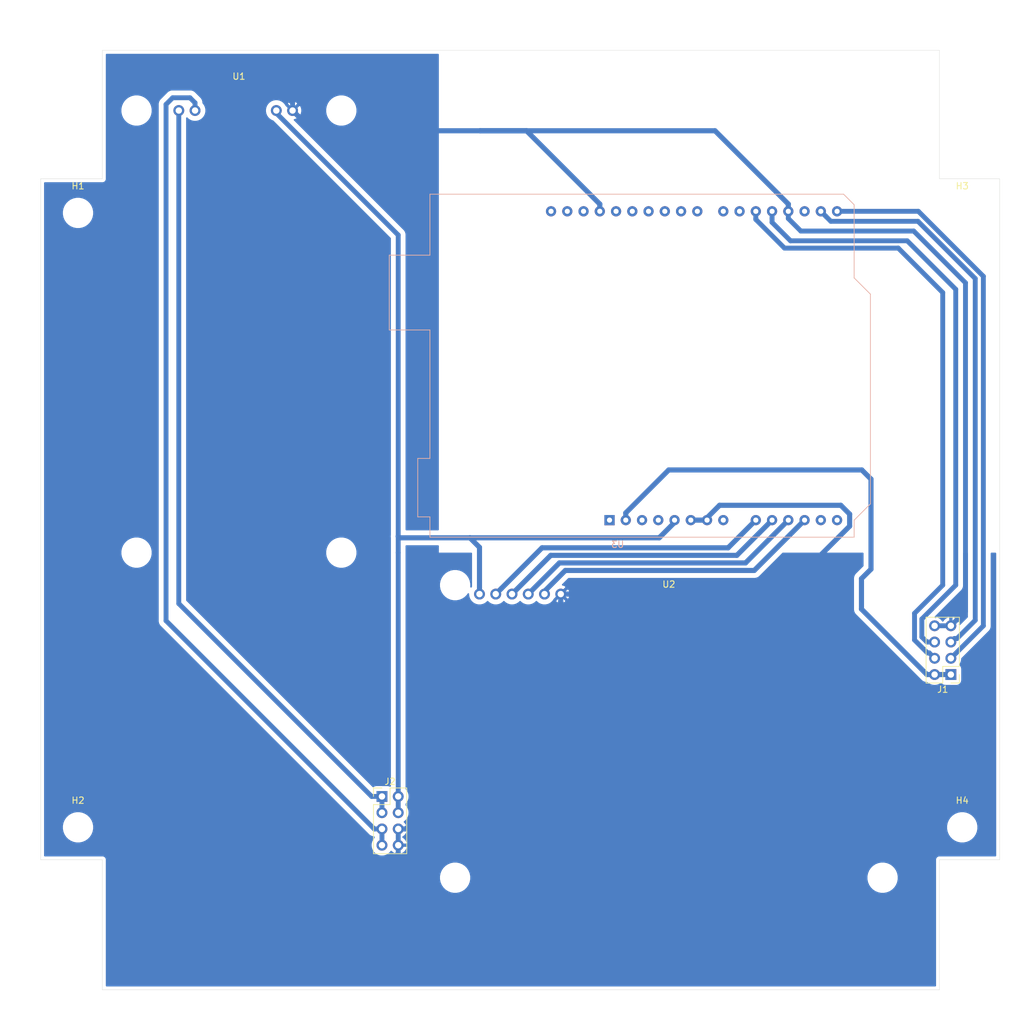
<source format=kicad_pcb>
(kicad_pcb (version 20171130) (host pcbnew "(5.1.2)-1")

  (general
    (thickness 1.6)
    (drawings 13)
    (tracks 121)
    (zones 0)
    (modules 9)
    (nets 32)
  )

  (page A3)
  (layers
    (0 F.Cu signal)
    (31 B.Cu signal)
    (32 B.Adhes user)
    (33 F.Adhes user)
    (34 B.Paste user)
    (35 F.Paste user)
    (36 B.SilkS user)
    (37 F.SilkS user)
    (38 B.Mask user)
    (39 F.Mask user)
    (40 Dwgs.User user)
    (41 Cmts.User user)
    (42 Eco1.User user)
    (43 Eco2.User user)
    (44 Edge.Cuts user)
    (45 Margin user)
    (46 B.CrtYd user)
    (47 F.CrtYd user)
    (48 B.Fab user)
    (49 F.Fab user)
  )

  (setup
    (last_trace_width 0.762)
    (user_trace_width 0.381)
    (user_trace_width 0.762)
    (trace_clearance 0.381)
    (zone_clearance 0.508)
    (zone_45_only no)
    (trace_min 0.2)
    (via_size 0.8)
    (via_drill 0.4)
    (via_min_size 0.4)
    (via_min_drill 0.3)
    (uvia_size 0.3)
    (uvia_drill 0.1)
    (uvias_allowed no)
    (uvia_min_size 0.2)
    (uvia_min_drill 0.1)
    (edge_width 0.05)
    (segment_width 0.2)
    (pcb_text_width 0.3)
    (pcb_text_size 1.5 1.5)
    (mod_edge_width 0.12)
    (mod_text_size 1 1)
    (mod_text_width 0.15)
    (pad_size 1.524 1.524)
    (pad_drill 0.762)
    (pad_to_mask_clearance 0.051)
    (solder_mask_min_width 0.25)
    (aux_axis_origin 0 0)
    (grid_origin 203.2 152.4)
    (visible_elements 7FFFFFFF)
    (pcbplotparams
      (layerselection 0x01055_fffffffe)
      (usegerberextensions false)
      (usegerberattributes false)
      (usegerberadvancedattributes false)
      (creategerberjobfile false)
      (excludeedgelayer true)
      (linewidth 0.100000)
      (plotframeref false)
      (viasonmask false)
      (mode 1)
      (useauxorigin false)
      (hpglpennumber 1)
      (hpglpenspeed 20)
      (hpglpendiameter 15.000000)
      (psnegative false)
      (psa4output false)
      (plotreference true)
      (plotvalue true)
      (plotinvisibletext false)
      (padsonsilk false)
      (subtractmaskfromsilk false)
      (outputformat 1)
      (mirror false)
      (drillshape 0)
      (scaleselection 1)
      (outputdirectory "gerbers/"))
  )

  (net 0 "")
  (net 1 +3V3)
  (net 2 GND)
  (net 3 "Net-(U3-Pad30)")
  (net 4 "Net-(U3-Pad14)")
  (net 5 "Net-(U3-Pad13)")
  (net 6 "Net-(U3-Pad28)")
  (net 7 "Net-(U3-Pad27)")
  (net 8 "Net-(U3-Pad26)")
  (net 9 "Net-(U3-Pad25)")
  (net 10 "Net-(U3-Pad24)")
  (net 11 "Net-(U3-Pad8)")
  (net 12 "Net-(U3-Pad23)")
  (net 13 "Net-(U3-Pad22)")
  (net 14 "Net-(U3-Pad21)")
  (net 15 +5V)
  (net 16 "Net-(U3-Pad4)")
  (net 17 "Net-(U3-Pad3)")
  (net 18 "Net-(U3-Pad17)")
  (net 19 "Net-(U3-Pad1)")
  (net 20 "Net-(U3-Pad31)")
  (net 21 "Net-(U3-Pad32)")
  (net 22 +12V)
  (net 23 GNDA)
  (net 24 /DIO0)
  (net 25 /DIO1)
  (net 26 /DIO2)
  (net 27 /DIO3)
  (net 28 /DIO13)
  (net 29 /DIO5)
  (net 30 /DIO14)
  (net 31 /DIO4)

  (net_class Default "This is the default net class."
    (clearance 0.381)
    (trace_width 0.381)
    (via_dia 0.8)
    (via_drill 0.4)
    (uvia_dia 0.3)
    (uvia_drill 0.1)
    (add_net /DIO0)
    (add_net /DIO1)
    (add_net /DIO13)
    (add_net /DIO14)
    (add_net /DIO2)
    (add_net /DIO3)
    (add_net /DIO4)
    (add_net /DIO5)
    (add_net "Net-(U3-Pad1)")
    (add_net "Net-(U3-Pad13)")
    (add_net "Net-(U3-Pad14)")
    (add_net "Net-(U3-Pad17)")
    (add_net "Net-(U3-Pad21)")
    (add_net "Net-(U3-Pad22)")
    (add_net "Net-(U3-Pad23)")
    (add_net "Net-(U3-Pad24)")
    (add_net "Net-(U3-Pad25)")
    (add_net "Net-(U3-Pad26)")
    (add_net "Net-(U3-Pad27)")
    (add_net "Net-(U3-Pad28)")
    (add_net "Net-(U3-Pad3)")
    (add_net "Net-(U3-Pad30)")
    (add_net "Net-(U3-Pad31)")
    (add_net "Net-(U3-Pad32)")
    (add_net "Net-(U3-Pad4)")
    (add_net "Net-(U3-Pad8)")
  )

  (net_class Power ""
    (clearance 0.762)
    (trace_width 0.762)
    (via_dia 0.8)
    (via_drill 0.4)
    (uvia_dia 0.3)
    (uvia_drill 0.1)
    (add_net +12V)
    (add_net +3V3)
    (add_net +5V)
    (add_net GND)
    (add_net GNDA)
  )

  (module box_plate_footprints:RELAY_4CH (layer F.Cu) (tedit 5CE50DA2) (tstamp 5CE4A7E0)
    (at 226.441 159.385)
    (path /5CE48D70)
    (fp_text reference U2 (at 0 3.048) (layer F.SilkS)
      (effects (font (size 1 1) (thickness 0.15)))
    )
    (fp_text value RELAY_4CH (at 0 1.27) (layer F.Fab)
      (effects (font (size 1 1) (thickness 0.15)))
    )
    (fp_line (start -36.068 52.07) (end -36.068 0) (layer Dwgs.User) (width 0.12))
    (fp_line (start 36.068 52.07) (end -36.068 52.07) (layer Dwgs.User) (width 0.12))
    (fp_line (start 36.068 0) (end 36.068 52.07) (layer Dwgs.User) (width 0.12))
    (fp_line (start -36.068 0) (end 36.068 0) (layer Dwgs.User) (width 0.12))
    (pad 6 thru_hole circle (at -16.891 4.572) (size 1.7 1.7) (drill 1) (layers *.Cu *.Mask)
      (net 2 GND))
    (pad 5 thru_hole circle (at -19.431 4.572) (size 1.7 1.7) (drill 1) (layers *.Cu *.Mask)
      (net 27 /DIO3))
    (pad 4 thru_hole circle (at -21.971 4.572) (size 1.7 1.7) (drill 1) (layers *.Cu *.Mask)
      (net 26 /DIO2))
    (pad 3 thru_hole circle (at -24.511 4.572) (size 1.7 1.7) (drill 1) (layers *.Cu *.Mask)
      (net 25 /DIO1))
    (pad 2 thru_hole circle (at -27.051 4.572) (size 1.7 1.7) (drill 1) (layers *.Cu *.Mask)
      (net 24 /DIO0))
    (pad 1 thru_hole circle (at -29.591 4.572) (size 1.7 1.7) (drill 1) (layers *.Cu *.Mask)
      (net 15 +5V))
    (pad "" np_thru_hole circle (at 33.401 48.895) (size 3.2 3.2) (drill 3.2) (layers *.Cu *.Mask))
    (pad "" np_thru_hole circle (at -33.401 48.895) (size 3.2 3.2) (drill 3.2) (layers *.Cu *.Mask))
    (pad "" np_thru_hole circle (at 33.401 3.175) (size 3.2 3.2) (drill 3.2) (layers *.Cu *.Mask))
    (pad "" np_thru_hole circle (at -33.401 3.175) (size 3.2 3.2) (drill 3.2) (layers *.Cu *.Mask))
  )

  (module box_plate_footprints:PWR_ACDC (layer F.Cu) (tedit 5CE50C72) (tstamp 5CE49CFE)
    (at 159.258 84.328)
    (path /5CE46234)
    (fp_text reference U1 (at 0 -1.27) (layer F.SilkS)
      (effects (font (size 1 1) (thickness 0.15)))
    )
    (fp_text value PWR_ACDC (at 0 -3.81) (layer F.Fab)
      (effects (font (size 1 1) (thickness 0.15)))
    )
    (fp_line (start -20.066 77.216) (end -20.066 0) (layer Dwgs.User) (width 0.12))
    (fp_line (start 20.066 77.216) (end -20.066 77.216) (layer Dwgs.User) (width 0.12))
    (fp_line (start 20.066 0) (end 20.066 77.216) (layer Dwgs.User) (width 0.12))
    (fp_line (start -20.066 0) (end 20.066 0) (layer Dwgs.User) (width 0.12))
    (pad "" np_thru_hole circle (at -16.002 73.152) (size 3.2 3.2) (drill 3.2) (layers *.Cu *.Mask))
    (pad "" np_thru_hole circle (at 16.002 73.152) (size 3.2 3.2) (drill 3.2) (layers *.Cu *.Mask))
    (pad "" np_thru_hole circle (at 16.002 4.064) (size 3.2 3.2) (drill 3.2) (layers *.Cu *.Mask))
    (pad "" np_thru_hole circle (at -16.002 4.064) (size 3.2 3.2) (drill 3.2) (layers *.Cu *.Mask))
    (pad 2 thru_hole circle (at 8.382 4.064) (size 1.7 1.7) (drill 1) (layers *.Cu *.Mask)
      (net 2 GND))
    (pad 1 thru_hole circle (at 5.842 4.064) (size 1.7 1.7) (drill 1) (layers *.Cu *.Mask)
      (net 15 +5V))
    (pad 4 thru_hole circle (at -6.858 4.064) (size 1.7 1.7) (drill 1) (layers *.Cu *.Mask)
      (net 23 GNDA))
    (pad 3 thru_hole circle (at -9.398 4.064) (size 1.7 1.7) (drill 1) (layers *.Cu *.Mask)
      (net 22 +12V))
  )

  (module Connector_PinHeader_2.54mm:PinHeader_2x04_P2.54mm_Vertical (layer F.Cu) (tedit 59FED5CC) (tstamp 5CE54887)
    (at 181.61 195.58)
    (descr "Through hole straight pin header, 2x04, 2.54mm pitch, double rows")
    (tags "Through hole pin header THT 2x04 2.54mm double row")
    (path /5CE507D7)
    (fp_text reference J2 (at 1.27 -2.33) (layer F.SilkS)
      (effects (font (size 1 1) (thickness 0.15)))
    )
    (fp_text value Conn_02x04_Odd_Even (at 1.27 9.95) (layer F.Fab)
      (effects (font (size 1 1) (thickness 0.15)))
    )
    (fp_text user %R (at 1.27 3.81 90) (layer F.Fab)
      (effects (font (size 1 1) (thickness 0.15)))
    )
    (fp_line (start 4.35 -1.8) (end -1.8 -1.8) (layer F.CrtYd) (width 0.05))
    (fp_line (start 4.35 9.4) (end 4.35 -1.8) (layer F.CrtYd) (width 0.05))
    (fp_line (start -1.8 9.4) (end 4.35 9.4) (layer F.CrtYd) (width 0.05))
    (fp_line (start -1.8 -1.8) (end -1.8 9.4) (layer F.CrtYd) (width 0.05))
    (fp_line (start -1.33 -1.33) (end 0 -1.33) (layer F.SilkS) (width 0.12))
    (fp_line (start -1.33 0) (end -1.33 -1.33) (layer F.SilkS) (width 0.12))
    (fp_line (start 1.27 -1.33) (end 3.87 -1.33) (layer F.SilkS) (width 0.12))
    (fp_line (start 1.27 1.27) (end 1.27 -1.33) (layer F.SilkS) (width 0.12))
    (fp_line (start -1.33 1.27) (end 1.27 1.27) (layer F.SilkS) (width 0.12))
    (fp_line (start 3.87 -1.33) (end 3.87 8.95) (layer F.SilkS) (width 0.12))
    (fp_line (start -1.33 1.27) (end -1.33 8.95) (layer F.SilkS) (width 0.12))
    (fp_line (start -1.33 8.95) (end 3.87 8.95) (layer F.SilkS) (width 0.12))
    (fp_line (start -1.27 0) (end 0 -1.27) (layer F.Fab) (width 0.1))
    (fp_line (start -1.27 8.89) (end -1.27 0) (layer F.Fab) (width 0.1))
    (fp_line (start 3.81 8.89) (end -1.27 8.89) (layer F.Fab) (width 0.1))
    (fp_line (start 3.81 -1.27) (end 3.81 8.89) (layer F.Fab) (width 0.1))
    (fp_line (start 0 -1.27) (end 3.81 -1.27) (layer F.Fab) (width 0.1))
    (pad 8 thru_hole oval (at 2.54 7.62) (size 1.7 1.7) (drill 1) (layers *.Cu *.Mask)
      (net 2 GND))
    (pad 7 thru_hole oval (at 0 7.62) (size 1.7 1.7) (drill 1) (layers *.Cu *.Mask)
      (net 23 GNDA))
    (pad 6 thru_hole oval (at 2.54 5.08) (size 1.7 1.7) (drill 1) (layers *.Cu *.Mask)
      (net 2 GND))
    (pad 5 thru_hole oval (at 0 5.08) (size 1.7 1.7) (drill 1) (layers *.Cu *.Mask)
      (net 23 GNDA))
    (pad 4 thru_hole oval (at 2.54 2.54) (size 1.7 1.7) (drill 1) (layers *.Cu *.Mask)
      (net 15 +5V))
    (pad 3 thru_hole oval (at 0 2.54) (size 1.7 1.7) (drill 1) (layers *.Cu *.Mask)
      (net 22 +12V))
    (pad 2 thru_hole oval (at 2.54 0) (size 1.7 1.7) (drill 1) (layers *.Cu *.Mask)
      (net 15 +5V))
    (pad 1 thru_hole rect (at 0 0) (size 1.7 1.7) (drill 1) (layers *.Cu *.Mask)
      (net 22 +12V))
    (model ${KISYS3DMOD}/Connector_PinHeader_2.54mm.3dshapes/PinHeader_2x04_P2.54mm_Vertical.wrl
      (at (xyz 0 0 0))
      (scale (xyz 1 1 1))
      (rotate (xyz 0 0 0))
    )
  )

  (module Module:Arduino_UNO_R3_WithMountingHoles locked (layer B.Cu) (tedit 5B3F95CF) (tstamp 5CE5185C)
    (at 217.17 152.4)
    (descr "Arduino UNO R3, http://www.mouser.com/pdfdocs/Gravitech_Arduino_Nano3_0.pdf")
    (tags "Arduino UNO R3")
    (path /5CE4FB71)
    (fp_text reference U3 (at 1.27 3.81 -180) (layer B.SilkS)
      (effects (font (size 1 1) (thickness 0.15)) (justify mirror))
    )
    (fp_text value RSL10_EVK (at 0 -22.86) (layer B.Fab)
      (effects (font (size 1 1) (thickness 0.15)) (justify mirror))
    )
    (fp_line (start -27.94 2.54) (end 38.1 2.54) (layer B.Fab) (width 0.1))
    (fp_line (start -27.94 -50.8) (end -27.94 2.54) (layer B.Fab) (width 0.1))
    (fp_line (start 36.58 -50.8) (end -27.94 -50.8) (layer B.Fab) (width 0.1))
    (fp_line (start 38.1 -49.28) (end 36.58 -50.8) (layer B.Fab) (width 0.1))
    (fp_line (start 38.1 0) (end 40.64 -2.54) (layer B.Fab) (width 0.1))
    (fp_line (start 38.1 2.54) (end 38.1 0) (layer B.Fab) (width 0.1))
    (fp_line (start 40.64 -35.31) (end 38.1 -37.85) (layer B.Fab) (width 0.1))
    (fp_line (start 40.64 -2.54) (end 40.64 -35.31) (layer B.Fab) (width 0.1))
    (fp_line (start 38.1 -37.85) (end 38.1 -49.28) (layer B.Fab) (width 0.1))
    (fp_line (start -29.84 -9.53) (end -29.84 -0.64) (layer B.Fab) (width 0.1))
    (fp_line (start -16.51 -9.53) (end -29.84 -9.53) (layer B.Fab) (width 0.1))
    (fp_line (start -16.51 -0.64) (end -16.51 -9.53) (layer B.Fab) (width 0.1))
    (fp_line (start -29.84 -0.64) (end -16.51 -0.64) (layer B.Fab) (width 0.1))
    (fp_line (start -34.29 -41.27) (end -34.29 -29.84) (layer B.Fab) (width 0.1))
    (fp_line (start -18.41 -41.27) (end -34.29 -41.27) (layer B.Fab) (width 0.1))
    (fp_line (start -18.41 -29.84) (end -18.41 -41.27) (layer B.Fab) (width 0.1))
    (fp_line (start -34.29 -29.84) (end -18.41 -29.84) (layer B.Fab) (width 0.1))
    (fp_line (start 38.23 -37.85) (end 40.77 -35.31) (layer B.SilkS) (width 0.12))
    (fp_line (start 38.23 -49.28) (end 38.23 -37.85) (layer B.SilkS) (width 0.12))
    (fp_line (start 36.58 -50.93) (end 38.23 -49.28) (layer B.SilkS) (width 0.12))
    (fp_line (start -28.07 -50.93) (end 36.58 -50.93) (layer B.SilkS) (width 0.12))
    (fp_line (start -28.07 -41.4) (end -28.07 -50.93) (layer B.SilkS) (width 0.12))
    (fp_line (start -34.42 -41.4) (end -28.07 -41.4) (layer B.SilkS) (width 0.12))
    (fp_line (start -34.42 -29.72) (end -34.42 -41.4) (layer B.SilkS) (width 0.12))
    (fp_line (start -28.07 -29.72) (end -34.42 -29.72) (layer B.SilkS) (width 0.12))
    (fp_line (start -28.07 -9.65) (end -28.07 -29.72) (layer B.SilkS) (width 0.12))
    (fp_line (start -29.97 -9.65) (end -28.07 -9.65) (layer B.SilkS) (width 0.12))
    (fp_line (start -29.97 -0.51) (end -29.97 -9.65) (layer B.SilkS) (width 0.12))
    (fp_line (start -28.07 -0.51) (end -29.97 -0.51) (layer B.SilkS) (width 0.12))
    (fp_line (start -28.07 2.67) (end -28.07 -0.51) (layer B.SilkS) (width 0.12))
    (fp_line (start 38.23 2.67) (end -28.07 2.67) (layer B.SilkS) (width 0.12))
    (fp_line (start 38.23 0) (end 38.23 2.67) (layer B.SilkS) (width 0.12))
    (fp_line (start 40.77 -2.54) (end 38.23 0) (layer B.SilkS) (width 0.12))
    (fp_line (start 40.77 -35.31) (end 40.77 -2.54) (layer B.SilkS) (width 0.12))
    (fp_line (start -28.19 2.79) (end 38.35 2.79) (layer B.CrtYd) (width 0.05))
    (fp_line (start -28.19 -0.38) (end -28.19 2.79) (layer B.CrtYd) (width 0.05))
    (fp_line (start -30.1 -0.38) (end -28.19 -0.38) (layer B.CrtYd) (width 0.05))
    (fp_line (start -30.1 -9.78) (end -30.1 -0.38) (layer B.CrtYd) (width 0.05))
    (fp_line (start -28.19 -9.78) (end -30.1 -9.78) (layer B.CrtYd) (width 0.05))
    (fp_line (start -28.19 -29.59) (end -28.19 -9.78) (layer B.CrtYd) (width 0.05))
    (fp_line (start -34.54 -29.59) (end -28.19 -29.59) (layer B.CrtYd) (width 0.05))
    (fp_line (start -34.54 -41.53) (end -34.54 -29.59) (layer B.CrtYd) (width 0.05))
    (fp_line (start -28.19 -41.53) (end -34.54 -41.53) (layer B.CrtYd) (width 0.05))
    (fp_line (start -28.19 -51.05) (end -28.19 -41.53) (layer B.CrtYd) (width 0.05))
    (fp_line (start 36.58 -51.05) (end -28.19 -51.05) (layer B.CrtYd) (width 0.05))
    (fp_line (start 38.35 -49.28) (end 36.58 -51.05) (layer B.CrtYd) (width 0.05))
    (fp_line (start 38.35 -37.85) (end 38.35 -49.28) (layer B.CrtYd) (width 0.05))
    (fp_line (start 40.89 -35.31) (end 38.35 -37.85) (layer B.CrtYd) (width 0.05))
    (fp_line (start 40.89 -2.54) (end 40.89 -35.31) (layer B.CrtYd) (width 0.05))
    (fp_line (start 38.35 0) (end 40.89 -2.54) (layer B.CrtYd) (width 0.05))
    (fp_line (start 38.35 2.79) (end 38.35 0) (layer B.CrtYd) (width 0.05))
    (fp_text user %R (at 0 -20.32 -180) (layer B.Fab)
      (effects (font (size 1 1) (thickness 0.15)) (justify mirror))
    )
    (pad "" np_thru_hole circle (at 38.1 -5.08 270) (size 3.2 3.2) (drill 3.2) (layers *.Cu *.Mask))
    (pad "" np_thru_hole circle (at 38.1 -33.02 270) (size 3.2 3.2) (drill 3.2) (layers *.Cu *.Mask))
    (pad "" np_thru_hole circle (at -12.7 -48.26 270) (size 3.2 3.2) (drill 3.2) (layers *.Cu *.Mask))
    (pad "" np_thru_hole circle (at -13.97 0 270) (size 3.2 3.2) (drill 3.2) (layers *.Cu *.Mask))
    (pad 16 thru_hole oval (at 33.02 -48.26 270) (size 1.6 1.6) (drill 0.8) (layers *.Cu *.Mask)
      (net 29 /DIO5))
    (pad 15 thru_hole oval (at 35.56 -48.26 270) (size 1.6 1.6) (drill 0.8) (layers *.Cu *.Mask)
      (net 31 /DIO4))
    (pad 30 thru_hole oval (at -4.06 -48.26 270) (size 1.6 1.6) (drill 0.8) (layers *.Cu *.Mask)
      (net 3 "Net-(U3-Pad30)"))
    (pad 14 thru_hole oval (at 35.56 0 270) (size 1.6 1.6) (drill 0.8) (layers *.Cu *.Mask)
      (net 4 "Net-(U3-Pad14)"))
    (pad 29 thru_hole oval (at -1.52 -48.26 270) (size 1.6 1.6) (drill 0.8) (layers *.Cu *.Mask)
      (net 2 GND))
    (pad 13 thru_hole oval (at 33.02 0 270) (size 1.6 1.6) (drill 0.8) (layers *.Cu *.Mask)
      (net 5 "Net-(U3-Pad13)"))
    (pad 28 thru_hole oval (at 1.02 -48.26 270) (size 1.6 1.6) (drill 0.8) (layers *.Cu *.Mask)
      (net 6 "Net-(U3-Pad28)"))
    (pad 12 thru_hole oval (at 30.48 0 270) (size 1.6 1.6) (drill 0.8) (layers *.Cu *.Mask)
      (net 27 /DIO3))
    (pad 27 thru_hole oval (at 3.56 -48.26 270) (size 1.6 1.6) (drill 0.8) (layers *.Cu *.Mask)
      (net 7 "Net-(U3-Pad27)"))
    (pad 11 thru_hole oval (at 27.94 0 270) (size 1.6 1.6) (drill 0.8) (layers *.Cu *.Mask)
      (net 26 /DIO2))
    (pad 26 thru_hole oval (at 6.1 -48.26 270) (size 1.6 1.6) (drill 0.8) (layers *.Cu *.Mask)
      (net 8 "Net-(U3-Pad26)"))
    (pad 10 thru_hole oval (at 25.4 0 270) (size 1.6 1.6) (drill 0.8) (layers *.Cu *.Mask)
      (net 25 /DIO1))
    (pad 25 thru_hole oval (at 8.64 -48.26 270) (size 1.6 1.6) (drill 0.8) (layers *.Cu *.Mask)
      (net 9 "Net-(U3-Pad25)"))
    (pad 9 thru_hole oval (at 22.86 0 270) (size 1.6 1.6) (drill 0.8) (layers *.Cu *.Mask)
      (net 24 /DIO0))
    (pad 24 thru_hole oval (at 11.18 -48.26 270) (size 1.6 1.6) (drill 0.8) (layers *.Cu *.Mask)
      (net 10 "Net-(U3-Pad24)"))
    (pad 8 thru_hole oval (at 17.78 0 270) (size 1.6 1.6) (drill 0.8) (layers *.Cu *.Mask)
      (net 11 "Net-(U3-Pad8)"))
    (pad 23 thru_hole oval (at 13.72 -48.26 270) (size 1.6 1.6) (drill 0.8) (layers *.Cu *.Mask)
      (net 12 "Net-(U3-Pad23)"))
    (pad 7 thru_hole oval (at 15.24 0 270) (size 1.6 1.6) (drill 0.8) (layers *.Cu *.Mask)
      (net 2 GND))
    (pad 22 thru_hole oval (at 17.78 -48.26 270) (size 1.6 1.6) (drill 0.8) (layers *.Cu *.Mask)
      (net 13 "Net-(U3-Pad22)"))
    (pad 6 thru_hole oval (at 12.7 0 270) (size 1.6 1.6) (drill 0.8) (layers *.Cu *.Mask)
      (net 2 GND))
    (pad 21 thru_hole oval (at 20.32 -48.26 270) (size 1.6 1.6) (drill 0.8) (layers *.Cu *.Mask)
      (net 14 "Net-(U3-Pad21)"))
    (pad 5 thru_hole oval (at 10.16 0 270) (size 1.6 1.6) (drill 0.8) (layers *.Cu *.Mask)
      (net 15 +5V))
    (pad 20 thru_hole oval (at 22.86 -48.26 270) (size 1.6 1.6) (drill 0.8) (layers *.Cu *.Mask)
      (net 30 /DIO14))
    (pad 4 thru_hole oval (at 7.62 0 270) (size 1.6 1.6) (drill 0.8) (layers *.Cu *.Mask)
      (net 16 "Net-(U3-Pad4)"))
    (pad 19 thru_hole oval (at 25.4 -48.26 270) (size 1.6 1.6) (drill 0.8) (layers *.Cu *.Mask)
      (net 28 /DIO13))
    (pad 3 thru_hole oval (at 5.08 0 270) (size 1.6 1.6) (drill 0.8) (layers *.Cu *.Mask)
      (net 17 "Net-(U3-Pad3)"))
    (pad 18 thru_hole oval (at 27.94 -48.26 270) (size 1.6 1.6) (drill 0.8) (layers *.Cu *.Mask)
      (net 2 GND))
    (pad 2 thru_hole oval (at 2.54 0 270) (size 1.6 1.6) (drill 0.8) (layers *.Cu *.Mask)
      (net 1 +3V3))
    (pad 17 thru_hole oval (at 30.48 -48.26 270) (size 1.6 1.6) (drill 0.8) (layers *.Cu *.Mask)
      (net 18 "Net-(U3-Pad17)"))
    (pad 1 thru_hole rect (at 0 0 270) (size 1.6 1.6) (drill 0.8) (layers *.Cu *.Mask)
      (net 19 "Net-(U3-Pad1)"))
    (pad 31 thru_hole oval (at -6.6 -48.26 270) (size 1.6 1.6) (drill 0.8) (layers *.Cu *.Mask)
      (net 20 "Net-(U3-Pad31)"))
    (pad 32 thru_hole oval (at -9.14 -48.26 270) (size 1.6 1.6) (drill 0.8) (layers *.Cu *.Mask)
      (net 21 "Net-(U3-Pad32)"))
    (model ${KISYS3DMOD}/Module.3dshapes/Arduino_UNO_R3_WithMountingHoles.wrl
      (at (xyz 0 0 0))
      (scale (xyz 1 1 1))
      (rotate (xyz 0 0 0))
    )
  )

  (module Connector_PinHeader_2.54mm:PinHeader_2x04_P2.54mm_Vertical (layer F.Cu) (tedit 59FED5CC) (tstamp 5CE4BE7A)
    (at 270.51 176.53 180)
    (descr "Through hole straight pin header, 2x04, 2.54mm pitch, double rows")
    (tags "Through hole pin header THT 2x04 2.54mm double row")
    (path /5CED56C2)
    (fp_text reference J1 (at 1.27 -2.33) (layer F.SilkS)
      (effects (font (size 1 1) (thickness 0.15)))
    )
    (fp_text value Conn_02x04_Odd_Even (at 1.27 9.95) (layer F.Fab)
      (effects (font (size 1 1) (thickness 0.15)))
    )
    (fp_text user %R (at 1.905 5.715 90) (layer F.Fab)
      (effects (font (size 1 1) (thickness 0.15)))
    )
    (fp_line (start 4.35 -1.8) (end -1.8 -1.8) (layer F.CrtYd) (width 0.05))
    (fp_line (start 4.35 9.4) (end 4.35 -1.8) (layer F.CrtYd) (width 0.05))
    (fp_line (start -1.8 9.4) (end 4.35 9.4) (layer F.CrtYd) (width 0.05))
    (fp_line (start -1.8 -1.8) (end -1.8 9.4) (layer F.CrtYd) (width 0.05))
    (fp_line (start -1.33 -1.33) (end 0 -1.33) (layer F.SilkS) (width 0.12))
    (fp_line (start -1.33 0) (end -1.33 -1.33) (layer F.SilkS) (width 0.12))
    (fp_line (start 1.27 -1.33) (end 3.87 -1.33) (layer F.SilkS) (width 0.12))
    (fp_line (start 1.27 1.27) (end 1.27 -1.33) (layer F.SilkS) (width 0.12))
    (fp_line (start -1.33 1.27) (end 1.27 1.27) (layer F.SilkS) (width 0.12))
    (fp_line (start 3.87 -1.33) (end 3.87 8.95) (layer F.SilkS) (width 0.12))
    (fp_line (start -1.33 1.27) (end -1.33 8.95) (layer F.SilkS) (width 0.12))
    (fp_line (start -1.33 8.95) (end 3.87 8.95) (layer F.SilkS) (width 0.12))
    (fp_line (start -1.27 0) (end 0 -1.27) (layer F.Fab) (width 0.1))
    (fp_line (start -1.27 8.89) (end -1.27 0) (layer F.Fab) (width 0.1))
    (fp_line (start 3.81 8.89) (end -1.27 8.89) (layer F.Fab) (width 0.1))
    (fp_line (start 3.81 -1.27) (end 3.81 8.89) (layer F.Fab) (width 0.1))
    (fp_line (start 0 -1.27) (end 3.81 -1.27) (layer F.Fab) (width 0.1))
    (pad 8 thru_hole oval (at 2.54 7.62 180) (size 1.7 1.7) (drill 1) (layers *.Cu *.Mask)
      (net 2 GND))
    (pad 7 thru_hole oval (at 0 7.62 180) (size 1.7 1.7) (drill 1) (layers *.Cu *.Mask)
      (net 2 GND))
    (pad 6 thru_hole oval (at 2.54 5.08 180) (size 1.7 1.7) (drill 1) (layers *.Cu *.Mask)
      (net 28 /DIO13))
    (pad 5 thru_hole oval (at 0 5.08 180) (size 1.7 1.7) (drill 1) (layers *.Cu *.Mask)
      (net 29 /DIO5))
    (pad 4 thru_hole oval (at 2.54 2.54 180) (size 1.7 1.7) (drill 1) (layers *.Cu *.Mask)
      (net 30 /DIO14))
    (pad 3 thru_hole oval (at 0 2.54 180) (size 1.7 1.7) (drill 1) (layers *.Cu *.Mask)
      (net 31 /DIO4))
    (pad 2 thru_hole oval (at 2.54 0 180) (size 1.7 1.7) (drill 1) (layers *.Cu *.Mask)
      (net 1 +3V3))
    (pad 1 thru_hole rect (at 0 0 180) (size 1.7 1.7) (drill 1) (layers *.Cu *.Mask)
      (net 1 +3V3))
    (model ${KISYS3DMOD}/Connector_PinHeader_2.54mm.3dshapes/PinHeader_2x04_P2.54mm_Vertical.wrl
      (at (xyz 0 0 0))
      (scale (xyz 1 1 1))
      (rotate (xyz 0 0 0))
    )
  )

  (module MountingHole:MountingHole_3.2mm_M3 (layer F.Cu) (tedit 56D1B4CB) (tstamp 5CE48458)
    (at 272.288 200.406)
    (descr "Mounting Hole 3.2mm, no annular, M3")
    (tags "mounting hole 3.2mm no annular m3")
    (path /5CEB7FA6)
    (attr virtual)
    (fp_text reference H4 (at 0 -4.2) (layer F.SilkS)
      (effects (font (size 1 1) (thickness 0.15)))
    )
    (fp_text value MountingHole (at 0 4.2) (layer F.Fab)
      (effects (font (size 1 1) (thickness 0.15)))
    )
    (fp_circle (center 0 0) (end 3.45 0) (layer F.CrtYd) (width 0.05))
    (fp_circle (center 0 0) (end 3.2 0) (layer Cmts.User) (width 0.15))
    (fp_text user %R (at 0.3 0) (layer F.Fab)
      (effects (font (size 1 1) (thickness 0.15)))
    )
    (pad 1 np_thru_hole circle (at 0 0) (size 3.2 3.2) (drill 3.2) (layers *.Cu *.Mask))
  )

  (module MountingHole:MountingHole_3.2mm_M3 (layer F.Cu) (tedit 56D1B4CB) (tstamp 5CE48450)
    (at 272.288 104.394)
    (descr "Mounting Hole 3.2mm, no annular, M3")
    (tags "mounting hole 3.2mm no annular m3")
    (path /5CEB7BE3)
    (attr virtual)
    (fp_text reference H3 (at 0 -4.2) (layer F.SilkS)
      (effects (font (size 1 1) (thickness 0.15)))
    )
    (fp_text value MountingHole (at 0 4.2) (layer F.Fab)
      (effects (font (size 1 1) (thickness 0.15)))
    )
    (fp_circle (center 0 0) (end 3.45 0) (layer F.CrtYd) (width 0.05))
    (fp_circle (center 0 0) (end 3.2 0) (layer Cmts.User) (width 0.15))
    (fp_text user %R (at 0.3 0) (layer F.Fab)
      (effects (font (size 1 1) (thickness 0.15)))
    )
    (pad 1 np_thru_hole circle (at 0 0) (size 3.2 3.2) (drill 3.2) (layers *.Cu *.Mask))
  )

  (module MountingHole:MountingHole_3.2mm_M3 (layer F.Cu) (tedit 56D1B4CB) (tstamp 5CE488A1)
    (at 134.112 200.406)
    (descr "Mounting Hole 3.2mm, no annular, M3")
    (tags "mounting hole 3.2mm no annular m3")
    (path /5CEB77F0)
    (attr virtual)
    (fp_text reference H2 (at 0 -4.2) (layer F.SilkS)
      (effects (font (size 1 1) (thickness 0.15)))
    )
    (fp_text value MountingHole (at 0 4.2) (layer F.Fab)
      (effects (font (size 1 1) (thickness 0.15)))
    )
    (fp_circle (center 0 0) (end 3.45 0) (layer F.CrtYd) (width 0.05))
    (fp_circle (center 0 0) (end 3.2 0) (layer Cmts.User) (width 0.15))
    (fp_text user %R (at 0.3 0) (layer F.Fab)
      (effects (font (size 1 1) (thickness 0.15)))
    )
    (pad 1 np_thru_hole circle (at 0 0) (size 3.2 3.2) (drill 3.2) (layers *.Cu *.Mask))
  )

  (module MountingHole:MountingHole_3.2mm_M3 (layer F.Cu) (tedit 56D1B4CB) (tstamp 5CE48867)
    (at 134.112 104.394)
    (descr "Mounting Hole 3.2mm, no annular, M3")
    (tags "mounting hole 3.2mm no annular m3")
    (path /5CEB6964)
    (attr virtual)
    (fp_text reference H1 (at 0 -4.2) (layer F.SilkS)
      (effects (font (size 1 1) (thickness 0.15)))
    )
    (fp_text value MountingHole (at 0 4.2) (layer F.Fab)
      (effects (font (size 1 1) (thickness 0.15)))
    )
    (fp_circle (center 0 0) (end 3.45 0) (layer F.CrtYd) (width 0.05))
    (fp_circle (center 0 0) (end 3.2 0) (layer Cmts.User) (width 0.15))
    (fp_text user %R (at 0.3 0) (layer F.Fab)
      (effects (font (size 1 1) (thickness 0.15)))
    )
    (pad 1 np_thru_hole circle (at 0 0) (size 3.2 3.2) (drill 3.2) (layers *.Cu *.Mask))
  )

  (gr_line (start 137.922 205.486) (end 128.27 205.486) (layer Edge.Cuts) (width 0.05) (tstamp 5CE495A5))
  (gr_line (start 137.922 225.806) (end 137.922 205.486) (layer Edge.Cuts) (width 0.05))
  (gr_line (start 268.732 225.806) (end 137.922 225.806) (layer Edge.Cuts) (width 0.05))
  (gr_line (start 268.732 205.486) (end 268.732 225.806) (layer Edge.Cuts) (width 0.05))
  (gr_line (start 278.13 205.486) (end 268.732 205.486) (layer Edge.Cuts) (width 0.05))
  (gr_line (start 278.13 99.06) (end 278.13 205.486) (layer Edge.Cuts) (width 0.05))
  (gr_line (start 268.732 99.06) (end 278.13 99.06) (layer Edge.Cuts) (width 0.05))
  (gr_line (start 268.732 78.994) (end 268.732 99.06) (layer Edge.Cuts) (width 0.05))
  (gr_line (start 137.922 78.994) (end 268.732 78.994) (layer Edge.Cuts) (width 0.05))
  (gr_line (start 137.922 99.06) (end 137.922 78.994) (layer Edge.Cuts) (width 0.05))
  (gr_line (start 128.27 99.06) (end 137.922 99.06) (layer Edge.Cuts) (width 0.05))
  (gr_line (start 128.27 99.314) (end 128.27 99.06) (layer Edge.Cuts) (width 0.05))
  (gr_line (start 128.27 205.486) (end 128.27 99.314) (layer Edge.Cuts) (width 0.05))

  (segment (start 258.032001 160.060237) (end 256.54 161.552238) (width 0.8) (layer B.Cu) (net 1))
  (segment (start 258.032001 145.994239) (end 258.032001 160.060237) (width 0.8) (layer B.Cu) (net 1))
  (segment (start 256.595761 144.557999) (end 258.032001 145.994239) (width 0.8) (layer B.Cu) (net 1))
  (segment (start 226.420631 144.557999) (end 256.595761 144.557999) (width 0.8) (layer B.Cu) (net 1))
  (segment (start 219.71 152.4) (end 219.71 151.26863) (width 0.8) (layer B.Cu) (net 1))
  (segment (start 219.71 151.26863) (end 226.420631 144.557999) (width 0.8) (layer B.Cu) (net 1))
  (segment (start 268.86 176.53) (end 270.51 176.53) (width 0.8) (layer B.Cu) (net 1))
  (segment (start 266.767919 176.53) (end 268.86 176.53) (width 0.8) (layer B.Cu) (net 1))
  (segment (start 256.54 166.302081) (end 266.767919 176.53) (width 0.8) (layer B.Cu) (net 1))
  (segment (start 256.54 161.552238) (end 256.54 166.302081) (width 0.8) (layer B.Cu) (net 1))
  (segment (start 184.15 200.66) (end 184.15 203.2) (width 0.762) (layer B.Cu) (net 2))
  (segment (start 140.112999 86.883359) (end 140.112999 169.322999) (width 0.762) (layer B.Cu) (net 2))
  (segment (start 142.121369 84.874989) (end 140.112999 86.883359) (width 0.762) (layer B.Cu) (net 2))
  (segment (start 165.32507 84.874989) (end 142.121369 84.874989) (width 0.762) (layer B.Cu) (net 2))
  (segment (start 167.64 88.392) (end 167.64 87.189919) (width 0.762) (layer B.Cu) (net 2))
  (segment (start 167.64 87.189919) (end 165.32507 84.874989) (width 0.762) (layer B.Cu) (net 2))
  (segment (start 175.983001 205.193001) (end 183.426999 205.193001) (width 0.762) (layer B.Cu) (net 2))
  (segment (start 140.112999 169.322999) (end 175.983001 205.193001) (width 0.762) (layer B.Cu) (net 2))
  (segment (start 184.15 204.47) (end 184.15 203.2) (width 0.762) (layer B.Cu) (net 2))
  (segment (start 183.426999 205.193001) (end 184.15 204.47) (width 0.762) (layer B.Cu) (net 2))
  (segment (start 209.55 165.159081) (end 209.55 163.957) (width 0.8) (layer B.Cu) (net 2))
  (segment (start 209.55 176.462081) (end 209.55 165.159081) (width 0.8) (layer B.Cu) (net 2))
  (segment (start 185.352081 200.66) (end 209.55 176.462081) (width 0.8) (layer B.Cu) (net 2))
  (segment (start 184.15 200.66) (end 185.352081 200.66) (width 0.8) (layer B.Cu) (net 2))
  (segment (start 229.87 152.4) (end 232.41 152.4) (width 0.8) (layer B.Cu) (net 2))
  (segment (start 254.692001 153.341761) (end 244.076762 163.957) (width 0.8) (layer B.Cu) (net 2))
  (segment (start 254.692001 151.458239) (end 254.692001 153.341761) (width 0.8) (layer B.Cu) (net 2))
  (segment (start 253.315763 150.082001) (end 254.692001 151.458239) (width 0.8) (layer B.Cu) (net 2))
  (segment (start 244.076762 163.957) (end 210.752081 163.957) (width 0.8) (layer B.Cu) (net 2))
  (segment (start 234.364237 150.082001) (end 253.315763 150.082001) (width 0.8) (layer B.Cu) (net 2))
  (segment (start 210.752081 163.957) (end 209.55 163.957) (width 0.8) (layer B.Cu) (net 2))
  (segment (start 232.41 152.036238) (end 234.364237 150.082001) (width 0.8) (layer B.Cu) (net 2))
  (segment (start 232.41 152.4) (end 232.41 152.036238) (width 0.8) (layer B.Cu) (net 2))
  (segment (start 168.489999 89.241999) (end 167.64 88.392) (width 0.8) (layer B.Cu) (net 2))
  (segment (start 170.802001 91.554001) (end 168.489999 89.241999) (width 0.8) (layer B.Cu) (net 2))
  (segment (start 245.11 103.00863) (end 233.655371 91.554001) (width 0.8) (layer B.Cu) (net 2))
  (segment (start 245.11 104.14) (end 245.11 103.00863) (width 0.8) (layer B.Cu) (net 2))
  (segment (start 204.195371 91.554001) (end 196.964001 91.554001) (width 0.8) (layer B.Cu) (net 2))
  (segment (start 215.65 103.00863) (end 204.195371 91.554001) (width 0.8) (layer B.Cu) (net 2))
  (segment (start 215.65 104.14) (end 215.65 103.00863) (width 0.8) (layer B.Cu) (net 2))
  (segment (start 233.655371 91.554001) (end 196.964001 91.554001) (width 0.8) (layer B.Cu) (net 2))
  (segment (start 196.964001 91.554001) (end 170.802001 91.554001) (width 0.8) (layer B.Cu) (net 2))
  (segment (start 267.97 168.91) (end 270.51 168.91) (width 0.762) (layer B.Cu) (net 2))
  (segment (start 270.51 168.91) (end 272.79599 166.62401) (width 0.762) (layer B.Cu) (net 2))
  (segment (start 272.79599 115.31599) (end 264.706011 107.226011) (width 0.762) (layer B.Cu) (net 2))
  (segment (start 272.79599 166.62401) (end 272.79599 115.31599) (width 0.762) (layer B.Cu) (net 2))
  (segment (start 245.11 105.27137) (end 245.11 104.14) (width 0.762) (layer B.Cu) (net 2))
  (segment (start 247.064641 107.226011) (end 245.11 105.27137) (width 0.762) (layer B.Cu) (net 2))
  (segment (start 264.706011 107.226011) (end 247.064641 107.226011) (width 0.762) (layer B.Cu) (net 2))
  (segment (start 207.01 163.519238) (end 207.01 163.957) (width 0.8) (layer B.Cu) (net 27))
  (segment (start 210.262197 160.267041) (end 207.01 163.519238) (width 0.8) (layer B.Cu) (net 27))
  (segment (start 239.782959 160.267041) (end 210.262197 160.267041) (width 0.8) (layer B.Cu) (net 27))
  (segment (start 247.65 152.4) (end 239.782959 160.267041) (width 0.8) (layer B.Cu) (net 27))
  (segment (start 200.239999 163.107001) (end 199.39 163.957) (width 0.8) (layer B.Cu) (net 24))
  (segment (start 206.622989 156.724011) (end 200.239999 163.107001) (width 0.8) (layer B.Cu) (net 24))
  (segment (start 235.705989 156.724011) (end 206.622989 156.724011) (width 0.8) (layer B.Cu) (net 24))
  (segment (start 240.03 152.4) (end 235.705989 156.724011) (width 0.8) (layer B.Cu) (net 24))
  (segment (start 184.15 195.58) (end 184.15 198.12) (width 0.762) (layer B.Cu) (net 15))
  (segment (start 165.1 88.801642) (end 165.1 88.392) (width 0.762) (layer B.Cu) (net 15))
  (segment (start 184.15 107.851642) (end 165.1 88.801642) (width 0.762) (layer B.Cu) (net 15))
  (segment (start 184.15 195.58) (end 184.15 157.48) (width 0.762) (layer B.Cu) (net 15))
  (segment (start 184.372001 155.162001) (end 184.15 154.94) (width 0.8) (layer B.Cu) (net 15))
  (segment (start 227.33 152.763762) (end 224.931761 155.162001) (width 0.8) (layer B.Cu) (net 15))
  (segment (start 227.33 152.4) (end 227.33 152.763762) (width 0.8) (layer B.Cu) (net 15))
  (segment (start 184.15 157.48) (end 184.15 154.94) (width 0.762) (layer B.Cu) (net 15))
  (segment (start 184.15 154.94) (end 184.15 107.851642) (width 0.762) (layer B.Cu) (net 15))
  (segment (start 196.85 156.654002) (end 195.357999 155.162001) (width 0.8) (layer B.Cu) (net 15))
  (segment (start 196.85 163.957) (end 196.85 156.654002) (width 0.8) (layer B.Cu) (net 15))
  (segment (start 224.931761 155.162001) (end 195.357999 155.162001) (width 0.8) (layer B.Cu) (net 15))
  (segment (start 195.357999 155.162001) (end 184.372001 155.162001) (width 0.8) (layer B.Cu) (net 15))
  (segment (start 179.998 195.58) (end 181.61 195.58) (width 0.762) (layer B.Cu) (net 22))
  (segment (start 181.61 195.58) (end 181.61 198.12) (width 0.762) (layer B.Cu) (net 22))
  (segment (start 149.86 165.442) (end 179.998 195.58) (width 0.762) (layer B.Cu) (net 22))
  (segment (start 149.86 88.392) (end 149.86 165.442) (width 0.762) (layer B.Cu) (net 22))
  (segment (start 209.340969 159.086031) (end 204.47 163.957) (width 0.8) (layer B.Cu) (net 26))
  (segment (start 245.11 152.4) (end 238.423969 159.086031) (width 0.8) (layer B.Cu) (net 26))
  (segment (start 238.423969 159.086031) (end 209.340969 159.086031) (width 0.8) (layer B.Cu) (net 26))
  (segment (start 207.981979 157.905021) (end 201.93 163.957) (width 0.8) (layer B.Cu) (net 25))
  (segment (start 242.57 152.4) (end 237.064979 157.905021) (width 0.8) (layer B.Cu) (net 25))
  (segment (start 237.064979 157.905021) (end 207.981979 157.905021) (width 0.8) (layer B.Cu) (net 25))
  (segment (start 180.407919 200.66) (end 181.61 200.66) (width 0.762) (layer B.Cu) (net 23))
  (segment (start 152.4 88.392) (end 152.4 87.189919) (width 0.762) (layer B.Cu) (net 23))
  (segment (start 181.61 200.66) (end 181.61 203.2) (width 0.762) (layer B.Cu) (net 23))
  (segment (start 152.4 87.189919) (end 151.60908 86.398999) (width 0.762) (layer B.Cu) (net 23))
  (segment (start 148.903359 86.398999) (end 147.866999 87.435359) (width 0.762) (layer B.Cu) (net 23))
  (segment (start 151.60908 86.398999) (end 148.903359 86.398999) (width 0.762) (layer B.Cu) (net 23))
  (segment (start 147.866999 87.435359) (end 147.866999 168.11908) (width 0.762) (layer B.Cu) (net 23))
  (segment (start 147.866999 168.11908) (end 180.407919 200.66) (width 0.762) (layer B.Cu) (net 23))
  (segment (start 265.976999 170.65908) (end 265.976999 167.854981) (width 0.762) (layer B.Cu) (net 28))
  (segment (start 267.97 171.45) (end 266.767919 171.45) (width 0.762) (layer B.Cu) (net 28))
  (segment (start 266.767919 171.45) (end 265.976999 170.65908) (width 0.762) (layer B.Cu) (net 28))
  (segment (start 265.976999 167.854981) (end 271.27198 162.56) (width 0.762) (layer B.Cu) (net 28))
  (segment (start 271.27198 162.56) (end 271.27198 116.33198) (width 0.762) (layer B.Cu) (net 28))
  (segment (start 242.57 105.27137) (end 242.57 104.14) (width 0.762) (layer B.Cu) (net 28))
  (segment (start 242.57 105.86776) (end 242.57 105.27137) (width 0.762) (layer B.Cu) (net 28))
  (segment (start 245.452261 108.750021) (end 242.57 105.86776) (width 0.762) (layer B.Cu) (net 28))
  (segment (start 263.690021 108.750021) (end 245.452261 108.750021) (width 0.762) (layer B.Cu) (net 28))
  (segment (start 271.27198 116.33198) (end 263.690021 108.750021) (width 0.762) (layer B.Cu) (net 28))
  (segment (start 271.466641 170.903001) (end 274.32 168.049642) (width 0.762) (layer B.Cu) (net 29))
  (segment (start 270.51 171.45) (end 271.056999 170.903001) (width 0.762) (layer B.Cu) (net 29))
  (segment (start 271.056999 170.903001) (end 271.466641 170.903001) (width 0.762) (layer B.Cu) (net 29))
  (segment (start 274.32 168.049642) (end 274.32 114.64646) (width 0.762) (layer B.Cu) (net 29))
  (segment (start 250.989999 104.939999) (end 250.19 104.14) (width 0.762) (layer B.Cu) (net 29))
  (segment (start 251.752001 105.702001) (end 250.989999 104.939999) (width 0.762) (layer B.Cu) (net 29))
  (segment (start 265.375541 105.702001) (end 251.752001 105.702001) (width 0.762) (layer B.Cu) (net 29))
  (segment (start 274.32 114.64646) (end 265.375541 105.702001) (width 0.762) (layer B.Cu) (net 29))
  (segment (start 240.03 105.27137) (end 240.03 104.14) (width 0.762) (layer B.Cu) (net 30))
  (segment (start 240.03 105.41) (end 240.03 105.27137) (width 0.762) (layer B.Cu) (net 30))
  (segment (start 244.513031 109.893031) (end 240.03 105.41) (width 0.762) (layer B.Cu) (net 30))
  (segment (start 262.293031 109.893031) (end 244.513031 109.893031) (width 0.762) (layer B.Cu) (net 30))
  (segment (start 269.24 116.84) (end 262.293031 109.893031) (width 0.762) (layer B.Cu) (net 30))
  (segment (start 267.97 173.99) (end 267.120001 173.140001) (width 0.762) (layer B.Cu) (net 30))
  (segment (start 267.120001 173.140001) (end 266.84146 173.140001) (width 0.762) (layer B.Cu) (net 30))
  (segment (start 266.84146 173.140001) (end 264.833989 171.13253) (width 0.762) (layer B.Cu) (net 30))
  (segment (start 264.833989 171.13253) (end 264.833989 166.966011) (width 0.762) (layer B.Cu) (net 30))
  (segment (start 264.833989 166.966011) (end 269.24 162.56) (width 0.762) (layer B.Cu) (net 30))
  (segment (start 269.24 162.56) (end 269.24 116.84) (width 0.762) (layer B.Cu) (net 30))
  (segment (start 252.73 104.14) (end 265.43 104.14) (width 0.762) (layer B.Cu) (net 31))
  (segment (start 265.43 104.14) (end 275.59 114.3) (width 0.762) (layer B.Cu) (net 31))
  (segment (start 275.59 168.91) (end 270.51 173.99) (width 0.762) (layer B.Cu) (net 31))
  (segment (start 275.59 114.3) (end 275.59 168.91) (width 0.762) (layer B.Cu) (net 31))

  (zone (net 2) (net_name GND) (layer B.Cu) (tstamp 5CE51AD1) (hatch edge 0.508)
    (connect_pads (clearance 0.508))
    (min_thickness 0.254)
    (fill yes (arc_segments 32) (thermal_gap 0.508) (thermal_bridge_width 0.508))
    (polygon
      (pts
        (xy 121.92 229.87) (xy 121.92 71.12) (xy 190.5 71.12) (xy 190.5 157.48) (xy 281.94 157.48)
        (xy 281.94 228.6)
      )
    )
    (filled_polygon
      (pts
        (xy 190.373 153.873001) (xy 185.42 153.873001) (xy 185.42 107.914014) (xy 185.426143 107.851641) (xy 185.42 107.789268)
        (xy 185.42 107.789262) (xy 185.401623 107.602679) (xy 185.329003 107.363283) (xy 185.211075 107.142654) (xy 185.05237 106.949272)
        (xy 185.003914 106.909505) (xy 167.942993 89.848585) (xy 167.998019 89.840599) (xy 168.273747 89.742919) (xy 168.411157 89.669472)
        (xy 168.488792 89.420397) (xy 167.64 88.571605) (xy 167.625858 88.585748) (xy 167.446253 88.406143) (xy 167.460395 88.392)
        (xy 167.819605 88.392) (xy 168.668397 89.240792) (xy 168.917472 89.163157) (xy 169.043371 88.899117) (xy 169.115339 88.615589)
        (xy 169.130611 88.323469) (xy 169.10498 88.146855) (xy 172.771 88.146855) (xy 172.771 88.637145) (xy 172.866651 89.118014)
        (xy 173.054277 89.570984) (xy 173.326668 89.978645) (xy 173.673355 90.325332) (xy 174.081016 90.597723) (xy 174.533986 90.785349)
        (xy 175.014855 90.881) (xy 175.505145 90.881) (xy 175.986014 90.785349) (xy 176.438984 90.597723) (xy 176.846645 90.325332)
        (xy 177.193332 89.978645) (xy 177.465723 89.570984) (xy 177.653349 89.118014) (xy 177.749 88.637145) (xy 177.749 88.146855)
        (xy 177.653349 87.665986) (xy 177.465723 87.213016) (xy 177.193332 86.805355) (xy 176.846645 86.458668) (xy 176.438984 86.186277)
        (xy 175.986014 85.998651) (xy 175.505145 85.903) (xy 175.014855 85.903) (xy 174.533986 85.998651) (xy 174.081016 86.186277)
        (xy 173.673355 86.458668) (xy 173.326668 86.805355) (xy 173.054277 87.213016) (xy 172.866651 87.665986) (xy 172.771 88.146855)
        (xy 169.10498 88.146855) (xy 169.088599 88.033981) (xy 168.990919 87.758253) (xy 168.917472 87.620843) (xy 168.668397 87.543208)
        (xy 167.819605 88.392) (xy 167.460395 88.392) (xy 166.644202 87.575807) (xy 166.641082 87.568275) (xy 166.504325 87.363603)
        (xy 166.791208 87.363603) (xy 167.64 88.212395) (xy 168.488792 87.363603) (xy 168.411157 87.114528) (xy 168.147117 86.988629)
        (xy 167.863589 86.916661) (xy 167.571469 86.901389) (xy 167.281981 86.943401) (xy 167.006253 87.041081) (xy 166.868843 87.114528)
        (xy 166.791208 87.363603) (xy 166.504325 87.363603) (xy 166.450769 87.283452) (xy 166.208548 87.041231) (xy 165.923725 86.850918)
        (xy 165.607248 86.719829) (xy 165.271277 86.653) (xy 164.928723 86.653) (xy 164.592752 86.719829) (xy 164.276275 86.850918)
        (xy 163.991452 87.041231) (xy 163.749231 87.283452) (xy 163.558918 87.568275) (xy 163.427829 87.884752) (xy 163.361 88.220723)
        (xy 163.361 88.563277) (xy 163.427829 88.899248) (xy 163.558918 89.215725) (xy 163.749231 89.500548) (xy 163.991452 89.742769)
        (xy 164.276275 89.933082) (xy 164.547901 90.045593) (xy 182.880001 108.377694) (xy 182.88 154.686166) (xy 182.879652 154.687313)
        (xy 182.854765 154.94) (xy 182.879652 155.192687) (xy 182.880001 155.193837) (xy 182.88 157.542379) (xy 182.880001 157.542389)
        (xy 182.88 193.946469) (xy 182.801851 193.904697) (xy 182.634274 193.853864) (xy 182.46 193.836699) (xy 180.76 193.836699)
        (xy 180.585726 193.853864) (xy 180.418149 193.904697) (xy 180.263709 193.987247) (xy 180.22943 194.015379) (xy 151.13 164.91595)
        (xy 151.13 157.234855) (xy 172.771 157.234855) (xy 172.771 157.725145) (xy 172.866651 158.206014) (xy 173.054277 158.658984)
        (xy 173.326668 159.066645) (xy 173.673355 159.413332) (xy 174.081016 159.685723) (xy 174.533986 159.873349) (xy 175.014855 159.969)
        (xy 175.505145 159.969) (xy 175.986014 159.873349) (xy 176.438984 159.685723) (xy 176.846645 159.413332) (xy 177.193332 159.066645)
        (xy 177.465723 158.658984) (xy 177.653349 158.206014) (xy 177.749 157.725145) (xy 177.749 157.234855) (xy 177.653349 156.753986)
        (xy 177.465723 156.301016) (xy 177.193332 155.893355) (xy 176.846645 155.546668) (xy 176.438984 155.274277) (xy 175.986014 155.086651)
        (xy 175.505145 154.991) (xy 175.014855 154.991) (xy 174.533986 155.086651) (xy 174.081016 155.274277) (xy 173.673355 155.546668)
        (xy 173.326668 155.893355) (xy 173.054277 156.301016) (xy 172.866651 156.753986) (xy 172.771 157.234855) (xy 151.13 157.234855)
        (xy 151.13 89.581317) (xy 151.291452 89.742769) (xy 151.576275 89.933082) (xy 151.892752 90.064171) (xy 152.228723 90.131)
        (xy 152.571277 90.131) (xy 152.907248 90.064171) (xy 153.223725 89.933082) (xy 153.508548 89.742769) (xy 153.750769 89.500548)
        (xy 153.941082 89.215725) (xy 154.072171 88.899248) (xy 154.139 88.563277) (xy 154.139 88.220723) (xy 154.072171 87.884752)
        (xy 153.941082 87.568275) (xy 153.750769 87.283452) (xy 153.674449 87.207132) (xy 153.676144 87.189919) (xy 153.651623 86.940956)
        (xy 153.579003 86.70156) (xy 153.4889 86.532989) (xy 153.461075 86.480931) (xy 153.30237 86.287549) (xy 153.253914 86.247782)
        (xy 152.551221 85.54509) (xy 152.51145 85.496629) (xy 152.318068 85.337924) (xy 152.097439 85.219996) (xy 151.858043 85.147376)
        (xy 151.67146 85.128999) (xy 151.671453 85.128999) (xy 151.60908 85.122856) (xy 151.546707 85.128999) (xy 148.965731 85.128999)
        (xy 148.903358 85.122856) (xy 148.840985 85.128999) (xy 148.840979 85.128999) (xy 148.680114 85.144843) (xy 148.654395 85.147376)
        (xy 148.581775 85.169405) (xy 148.415 85.219996) (xy 148.194371 85.337924) (xy 148.000989 85.496629) (xy 147.961222 85.545085)
        (xy 147.01309 86.493218) (xy 146.964629 86.532989) (xy 146.805924 86.726372) (xy 146.687996 86.947001) (xy 146.615376 87.186397)
        (xy 146.596999 87.37298) (xy 146.596999 87.372986) (xy 146.590856 87.435359) (xy 146.596999 87.497732) (xy 146.597 168.056697)
        (xy 146.590856 168.11908) (xy 146.615376 168.368043) (xy 146.671516 168.55311) (xy 146.687997 168.607439) (xy 146.805925 168.828068)
        (xy 146.96463 169.02145) (xy 147.013086 169.061217) (xy 179.465782 201.513914) (xy 179.505549 201.56237) (xy 179.698931 201.721075)
        (xy 179.91956 201.839003) (xy 180.052026 201.879186) (xy 180.158955 201.911623) (xy 180.184674 201.914156) (xy 180.34 201.929455)
        (xy 180.340001 202.006298) (xy 180.157078 202.229189) (xy 179.9956 202.531294) (xy 179.896162 202.859096) (xy 179.862586 203.2)
        (xy 179.896162 203.540904) (xy 179.9956 203.868706) (xy 180.157078 204.170811) (xy 180.374392 204.435608) (xy 180.639189 204.652922)
        (xy 180.941294 204.8144) (xy 181.269096 204.913838) (xy 181.524571 204.939) (xy 181.695429 204.939) (xy 181.950904 204.913838)
        (xy 182.278706 204.8144) (xy 182.580811 204.652922) (xy 182.845608 204.435608) (xy 183.045905 204.191546) (xy 183.052412 204.200269)
        (xy 183.268645 204.395178) (xy 183.518748 204.544157) (xy 183.793109 204.641481) (xy 184.023 204.520814) (xy 184.023 203.327)
        (xy 184.277 203.327) (xy 184.277 204.520814) (xy 184.506891 204.641481) (xy 184.781252 204.544157) (xy 185.031355 204.395178)
        (xy 185.247588 204.200269) (xy 185.421641 203.96692) (xy 185.546825 203.704099) (xy 185.591476 203.55689) (xy 185.470155 203.327)
        (xy 184.277 203.327) (xy 184.023 203.327) (xy 184.003 203.327) (xy 184.003 203.073) (xy 184.023 203.073)
        (xy 184.023 200.787) (xy 184.277 200.787) (xy 184.277 203.073) (xy 185.470155 203.073) (xy 185.591476 202.84311)
        (xy 185.546825 202.695901) (xy 185.421641 202.43308) (xy 185.247588 202.199731) (xy 185.031355 202.004822) (xy 184.905745 201.93)
        (xy 185.031355 201.855178) (xy 185.247588 201.660269) (xy 185.421641 201.42692) (xy 185.546825 201.164099) (xy 185.591476 201.01689)
        (xy 185.470155 200.787) (xy 184.277 200.787) (xy 184.023 200.787) (xy 184.003 200.787) (xy 184.003 200.533)
        (xy 184.023 200.533) (xy 184.023 200.513) (xy 184.277 200.513) (xy 184.277 200.533) (xy 185.470155 200.533)
        (xy 185.591476 200.30311) (xy 185.548328 200.160855) (xy 269.799 200.160855) (xy 269.799 200.651145) (xy 269.894651 201.132014)
        (xy 270.082277 201.584984) (xy 270.354668 201.992645) (xy 270.701355 202.339332) (xy 271.109016 202.611723) (xy 271.561986 202.799349)
        (xy 272.042855 202.895) (xy 272.533145 202.895) (xy 273.014014 202.799349) (xy 273.466984 202.611723) (xy 273.874645 202.339332)
        (xy 274.221332 201.992645) (xy 274.493723 201.584984) (xy 274.681349 201.132014) (xy 274.777 200.651145) (xy 274.777 200.160855)
        (xy 274.681349 199.679986) (xy 274.493723 199.227016) (xy 274.221332 198.819355) (xy 273.874645 198.472668) (xy 273.466984 198.200277)
        (xy 273.014014 198.012651) (xy 272.533145 197.917) (xy 272.042855 197.917) (xy 271.561986 198.012651) (xy 271.109016 198.200277)
        (xy 270.701355 198.472668) (xy 270.354668 198.819355) (xy 270.082277 199.227016) (xy 269.894651 199.679986) (xy 269.799 200.160855)
        (xy 185.548328 200.160855) (xy 185.546825 200.155901) (xy 185.421641 199.89308) (xy 185.247588 199.659731) (xy 185.13676 199.559833)
        (xy 185.385608 199.355608) (xy 185.602922 199.090811) (xy 185.7644 198.788706) (xy 185.863838 198.460904) (xy 185.897414 198.12)
        (xy 185.863838 197.779096) (xy 185.7644 197.451294) (xy 185.602922 197.149189) (xy 185.42 196.926299) (xy 185.42 196.773701)
        (xy 185.602922 196.550811) (xy 185.7644 196.248706) (xy 185.863838 195.920904) (xy 185.897414 195.58) (xy 185.863838 195.239096)
        (xy 185.7644 194.911294) (xy 185.602922 194.609189) (xy 185.42 194.386299) (xy 185.42 156.451001) (xy 190.373 156.451001)
        (xy 190.373 157.48) (xy 190.37544 157.504776) (xy 190.382667 157.528601) (xy 190.394403 157.550557) (xy 190.410197 157.569803)
        (xy 190.429443 157.585597) (xy 190.451399 157.597333) (xy 190.475224 157.60456) (xy 190.5 157.607) (xy 195.561001 157.607)
        (xy 195.561 162.786683) (xy 195.525638 162.822045) (xy 195.529 162.805145) (xy 195.529 162.314855) (xy 195.433349 161.833986)
        (xy 195.245723 161.381016) (xy 194.973332 160.973355) (xy 194.626645 160.626668) (xy 194.218984 160.354277) (xy 193.766014 160.166651)
        (xy 193.285145 160.071) (xy 192.794855 160.071) (xy 192.313986 160.166651) (xy 191.861016 160.354277) (xy 191.453355 160.626668)
        (xy 191.106668 160.973355) (xy 190.834277 161.381016) (xy 190.646651 161.833986) (xy 190.551 162.314855) (xy 190.551 162.805145)
        (xy 190.646651 163.286014) (xy 190.834277 163.738984) (xy 191.106668 164.146645) (xy 191.453355 164.493332) (xy 191.861016 164.765723)
        (xy 192.313986 164.953349) (xy 192.794855 165.049) (xy 193.285145 165.049) (xy 193.766014 164.953349) (xy 194.218984 164.765723)
        (xy 194.626645 164.493332) (xy 194.973332 164.146645) (xy 195.111 163.940611) (xy 195.111 164.128277) (xy 195.177829 164.464248)
        (xy 195.308918 164.780725) (xy 195.499231 165.065548) (xy 195.741452 165.307769) (xy 196.026275 165.498082) (xy 196.342752 165.629171)
        (xy 196.678723 165.696) (xy 197.021277 165.696) (xy 197.357248 165.629171) (xy 197.673725 165.498082) (xy 197.958548 165.307769)
        (xy 198.12 165.146317) (xy 198.281452 165.307769) (xy 198.566275 165.498082) (xy 198.882752 165.629171) (xy 199.218723 165.696)
        (xy 199.561277 165.696) (xy 199.897248 165.629171) (xy 200.213725 165.498082) (xy 200.498548 165.307769) (xy 200.66 165.146317)
        (xy 200.821452 165.307769) (xy 201.106275 165.498082) (xy 201.422752 165.629171) (xy 201.758723 165.696) (xy 202.101277 165.696)
        (xy 202.437248 165.629171) (xy 202.753725 165.498082) (xy 203.038548 165.307769) (xy 203.2 165.146317) (xy 203.361452 165.307769)
        (xy 203.646275 165.498082) (xy 203.962752 165.629171) (xy 204.298723 165.696) (xy 204.641277 165.696) (xy 204.977248 165.629171)
        (xy 205.293725 165.498082) (xy 205.578548 165.307769) (xy 205.74 165.146317) (xy 205.901452 165.307769) (xy 206.186275 165.498082)
        (xy 206.502752 165.629171) (xy 206.838723 165.696) (xy 207.181277 165.696) (xy 207.517248 165.629171) (xy 207.833725 165.498082)
        (xy 208.118548 165.307769) (xy 208.360769 165.065548) (xy 208.414324 164.985397) (xy 208.701208 164.985397) (xy 208.778843 165.234472)
        (xy 209.042883 165.360371) (xy 209.326411 165.432339) (xy 209.618531 165.447611) (xy 209.908019 165.405599) (xy 210.183747 165.307919)
        (xy 210.321157 165.234472) (xy 210.398792 164.985397) (xy 209.55 164.136605) (xy 208.701208 164.985397) (xy 208.414324 164.985397)
        (xy 208.551082 164.780725) (xy 208.554202 164.773193) (xy 209.370395 163.957) (xy 209.729605 163.957) (xy 210.578397 164.805792)
        (xy 210.827472 164.728157) (xy 210.953371 164.464117) (xy 211.025339 164.180589) (xy 211.040611 163.888469) (xy 210.998599 163.598981)
        (xy 210.900919 163.323253) (xy 210.827472 163.185843) (xy 210.578397 163.108208) (xy 209.729605 163.957) (xy 209.370395 163.957)
        (xy 209.356253 163.942858) (xy 209.535858 163.763253) (xy 209.55 163.777395) (xy 210.398792 162.928603) (xy 210.321157 162.679528)
        (xy 210.057117 162.553629) (xy 209.850879 162.50128) (xy 210.796118 161.556041) (xy 239.719653 161.556041) (xy 239.782959 161.562276)
        (xy 239.846265 161.556041) (xy 239.846273 161.556041) (xy 240.035647 161.537389) (xy 240.278624 161.463683) (xy 240.502554 161.34399)
        (xy 240.698829 161.182911) (xy 240.739195 161.133725) (xy 244.265921 157.607) (xy 256.743002 157.607) (xy 256.743002 159.526315)
        (xy 255.673316 160.596002) (xy 255.62413 160.636368) (xy 255.463051 160.832644) (xy 255.343358 161.056574) (xy 255.269652 161.299551)
        (xy 255.251 161.488925) (xy 255.251 161.488932) (xy 255.244765 161.552238) (xy 255.251 161.615545) (xy 255.251001 166.238765)
        (xy 255.244765 166.302081) (xy 255.269652 166.554768) (xy 255.343359 166.797746) (xy 255.399956 166.903631) (xy 255.463052 167.021676)
        (xy 255.624131 167.217951) (xy 255.673311 167.258312) (xy 265.811688 177.39669) (xy 265.852049 177.44587) (xy 266.048324 177.606949)
        (xy 266.272254 177.726642) (xy 266.515231 177.800348) (xy 266.704605 177.819) (xy 266.704612 177.819) (xy 266.767919 177.825235)
        (xy 266.802855 177.821794) (xy 266.999189 177.982922) (xy 267.301294 178.1444) (xy 267.629096 178.243838) (xy 267.884571 178.269)
        (xy 268.055429 178.269) (xy 268.310904 178.243838) (xy 268.638706 178.1444) (xy 268.940811 177.982922) (xy 268.979022 177.951563)
        (xy 269.028341 178.011659) (xy 269.163709 178.122753) (xy 269.318149 178.205303) (xy 269.485726 178.256136) (xy 269.66 178.273301)
        (xy 271.36 178.273301) (xy 271.534274 178.256136) (xy 271.701851 178.205303) (xy 271.856291 178.122753) (xy 271.991659 178.011659)
        (xy 272.102753 177.876291) (xy 272.185303 177.721851) (xy 272.236136 177.554274) (xy 272.253301 177.38) (xy 272.253301 175.68)
        (xy 272.236136 175.505726) (xy 272.185303 175.338149) (xy 272.102753 175.183709) (xy 271.991659 175.048341) (xy 271.931563 174.999022)
        (xy 271.962922 174.960811) (xy 272.1244 174.658706) (xy 272.223838 174.330904) (xy 272.2521 174.04395) (xy 276.44392 169.852132)
        (xy 276.49237 169.81237) (xy 276.532132 169.76392) (xy 276.532135 169.763917) (xy 276.603531 169.67692) (xy 276.651075 169.618988)
        (xy 276.769003 169.398359) (xy 276.798456 169.301265) (xy 276.841623 169.158964) (xy 276.853635 169.037) (xy 276.86 168.97238)
        (xy 276.86 168.972373) (xy 276.866143 168.91) (xy 276.86 168.847627) (xy 276.86 157.607) (xy 277.470001 157.607)
        (xy 277.470001 204.826) (xy 268.764419 204.826) (xy 268.732 204.822807) (xy 268.699581 204.826) (xy 268.602617 204.83555)
        (xy 268.478207 204.87329) (xy 268.36355 204.934575) (xy 268.263052 205.017052) (xy 268.180575 205.11755) (xy 268.11929 205.232207)
        (xy 268.08155 205.356617) (xy 268.068807 205.486) (xy 268.072 205.518418) (xy 268.072001 225.146) (xy 138.582 225.146)
        (xy 138.582 208.034855) (xy 190.551 208.034855) (xy 190.551 208.525145) (xy 190.646651 209.006014) (xy 190.834277 209.458984)
        (xy 191.106668 209.866645) (xy 191.453355 210.213332) (xy 191.861016 210.485723) (xy 192.313986 210.673349) (xy 192.794855 210.769)
        (xy 193.285145 210.769) (xy 193.766014 210.673349) (xy 194.218984 210.485723) (xy 194.626645 210.213332) (xy 194.973332 209.866645)
        (xy 195.245723 209.458984) (xy 195.433349 209.006014) (xy 195.529 208.525145) (xy 195.529 208.034855) (xy 257.353 208.034855)
        (xy 257.353 208.525145) (xy 257.448651 209.006014) (xy 257.636277 209.458984) (xy 257.908668 209.866645) (xy 258.255355 210.213332)
        (xy 258.663016 210.485723) (xy 259.115986 210.673349) (xy 259.596855 210.769) (xy 260.087145 210.769) (xy 260.568014 210.673349)
        (xy 261.020984 210.485723) (xy 261.428645 210.213332) (xy 261.775332 209.866645) (xy 262.047723 209.458984) (xy 262.235349 209.006014)
        (xy 262.331 208.525145) (xy 262.331 208.034855) (xy 262.235349 207.553986) (xy 262.047723 207.101016) (xy 261.775332 206.693355)
        (xy 261.428645 206.346668) (xy 261.020984 206.074277) (xy 260.568014 205.886651) (xy 260.087145 205.791) (xy 259.596855 205.791)
        (xy 259.115986 205.886651) (xy 258.663016 206.074277) (xy 258.255355 206.346668) (xy 257.908668 206.693355) (xy 257.636277 207.101016)
        (xy 257.448651 207.553986) (xy 257.353 208.034855) (xy 195.529 208.034855) (xy 195.433349 207.553986) (xy 195.245723 207.101016)
        (xy 194.973332 206.693355) (xy 194.626645 206.346668) (xy 194.218984 206.074277) (xy 193.766014 205.886651) (xy 193.285145 205.791)
        (xy 192.794855 205.791) (xy 192.313986 205.886651) (xy 191.861016 206.074277) (xy 191.453355 206.346668) (xy 191.106668 206.693355)
        (xy 190.834277 207.101016) (xy 190.646651 207.553986) (xy 190.551 208.034855) (xy 138.582 208.034855) (xy 138.582 205.518418)
        (xy 138.585193 205.486) (xy 138.57245 205.356617) (xy 138.53471 205.232207) (xy 138.473425 205.11755) (xy 138.390948 205.017052)
        (xy 138.29045 204.934575) (xy 138.175793 204.87329) (xy 138.051383 204.83555) (xy 137.954419 204.826) (xy 137.922 204.822807)
        (xy 137.889581 204.826) (xy 128.93 204.826) (xy 128.93 200.160855) (xy 131.623 200.160855) (xy 131.623 200.651145)
        (xy 131.718651 201.132014) (xy 131.906277 201.584984) (xy 132.178668 201.992645) (xy 132.525355 202.339332) (xy 132.933016 202.611723)
        (xy 133.385986 202.799349) (xy 133.866855 202.895) (xy 134.357145 202.895) (xy 134.838014 202.799349) (xy 135.290984 202.611723)
        (xy 135.698645 202.339332) (xy 136.045332 201.992645) (xy 136.317723 201.584984) (xy 136.505349 201.132014) (xy 136.601 200.651145)
        (xy 136.601 200.160855) (xy 136.505349 199.679986) (xy 136.317723 199.227016) (xy 136.045332 198.819355) (xy 135.698645 198.472668)
        (xy 135.290984 198.200277) (xy 134.838014 198.012651) (xy 134.357145 197.917) (xy 133.866855 197.917) (xy 133.385986 198.012651)
        (xy 132.933016 198.200277) (xy 132.525355 198.472668) (xy 132.178668 198.819355) (xy 131.906277 199.227016) (xy 131.718651 199.679986)
        (xy 131.623 200.160855) (xy 128.93 200.160855) (xy 128.93 157.234855) (xy 140.767 157.234855) (xy 140.767 157.725145)
        (xy 140.862651 158.206014) (xy 141.050277 158.658984) (xy 141.322668 159.066645) (xy 141.669355 159.413332) (xy 142.077016 159.685723)
        (xy 142.529986 159.873349) (xy 143.010855 159.969) (xy 143.501145 159.969) (xy 143.982014 159.873349) (xy 144.434984 159.685723)
        (xy 144.842645 159.413332) (xy 145.189332 159.066645) (xy 145.461723 158.658984) (xy 145.649349 158.206014) (xy 145.745 157.725145)
        (xy 145.745 157.234855) (xy 145.649349 156.753986) (xy 145.461723 156.301016) (xy 145.189332 155.893355) (xy 144.842645 155.546668)
        (xy 144.434984 155.274277) (xy 143.982014 155.086651) (xy 143.501145 154.991) (xy 143.010855 154.991) (xy 142.529986 155.086651)
        (xy 142.077016 155.274277) (xy 141.669355 155.546668) (xy 141.322668 155.893355) (xy 141.050277 156.301016) (xy 140.862651 156.753986)
        (xy 140.767 157.234855) (xy 128.93 157.234855) (xy 128.93 104.148855) (xy 131.623 104.148855) (xy 131.623 104.639145)
        (xy 131.718651 105.120014) (xy 131.906277 105.572984) (xy 132.178668 105.980645) (xy 132.525355 106.327332) (xy 132.933016 106.599723)
        (xy 133.385986 106.787349) (xy 133.866855 106.883) (xy 134.357145 106.883) (xy 134.838014 106.787349) (xy 135.290984 106.599723)
        (xy 135.698645 106.327332) (xy 136.045332 105.980645) (xy 136.317723 105.572984) (xy 136.505349 105.120014) (xy 136.601 104.639145)
        (xy 136.601 104.148855) (xy 136.505349 103.667986) (xy 136.317723 103.215016) (xy 136.045332 102.807355) (xy 135.698645 102.460668)
        (xy 135.290984 102.188277) (xy 134.838014 102.000651) (xy 134.357145 101.905) (xy 133.866855 101.905) (xy 133.385986 102.000651)
        (xy 132.933016 102.188277) (xy 132.525355 102.460668) (xy 132.178668 102.807355) (xy 131.906277 103.215016) (xy 131.718651 103.667986)
        (xy 131.623 104.148855) (xy 128.93 104.148855) (xy 128.93 99.72) (xy 137.889581 99.72) (xy 137.922 99.723193)
        (xy 137.954419 99.72) (xy 138.051383 99.71045) (xy 138.175793 99.67271) (xy 138.29045 99.611425) (xy 138.390948 99.528948)
        (xy 138.473425 99.42845) (xy 138.53471 99.313793) (xy 138.57245 99.189383) (xy 138.585193 99.06) (xy 138.582 99.027581)
        (xy 138.582 88.146855) (xy 140.767 88.146855) (xy 140.767 88.637145) (xy 140.862651 89.118014) (xy 141.050277 89.570984)
        (xy 141.322668 89.978645) (xy 141.669355 90.325332) (xy 142.077016 90.597723) (xy 142.529986 90.785349) (xy 143.010855 90.881)
        (xy 143.501145 90.881) (xy 143.982014 90.785349) (xy 144.434984 90.597723) (xy 144.842645 90.325332) (xy 145.189332 89.978645)
        (xy 145.461723 89.570984) (xy 145.649349 89.118014) (xy 145.745 88.637145) (xy 145.745 88.146855) (xy 145.649349 87.665986)
        (xy 145.461723 87.213016) (xy 145.189332 86.805355) (xy 144.842645 86.458668) (xy 144.434984 86.186277) (xy 143.982014 85.998651)
        (xy 143.501145 85.903) (xy 143.010855 85.903) (xy 142.529986 85.998651) (xy 142.077016 86.186277) (xy 141.669355 86.458668)
        (xy 141.322668 86.805355) (xy 141.050277 87.213016) (xy 140.862651 87.665986) (xy 140.767 88.146855) (xy 138.582 88.146855)
        (xy 138.582 79.654) (xy 190.373 79.654)
      )
    )
    (filled_polygon
      (pts
        (xy 273.05 167.523591) (xy 271.874365 168.699226) (xy 271.951476 168.55311) (xy 271.906825 168.405901) (xy 271.781641 168.14308)
        (xy 271.607588 167.909731) (xy 271.391355 167.714822) (xy 271.141252 167.565843) (xy 270.866891 167.468519) (xy 270.637 167.589186)
        (xy 270.637 168.783) (xy 270.657 168.783) (xy 270.657 169.037) (xy 270.637 169.037) (xy 270.637 169.057)
        (xy 270.383 169.057) (xy 270.383 169.037) (xy 268.097 169.037) (xy 268.097 169.057) (xy 267.843 169.057)
        (xy 267.843 169.037) (xy 267.823 169.037) (xy 267.823 168.783) (xy 267.843 168.783) (xy 267.843 168.763)
        (xy 268.097 168.763) (xy 268.097 168.783) (xy 270.383 168.783) (xy 270.383 167.589186) (xy 270.153109 167.468519)
        (xy 269.878748 167.565843) (xy 269.628645 167.714822) (xy 269.412412 167.909731) (xy 269.24 168.14088) (xy 269.067588 167.909731)
        (xy 268.851355 167.714822) (xy 268.601252 167.565843) (xy 268.326891 167.468519) (xy 268.097002 167.589185) (xy 268.097002 167.531028)
        (xy 272.125895 163.502136) (xy 272.17435 163.46237) (xy 272.333055 163.268988) (xy 272.42856 163.09031) (xy 272.450983 163.04836)
        (xy 272.523603 162.808964) (xy 272.536351 162.679528) (xy 272.54198 162.62238) (xy 272.54198 162.622373) (xy 272.548123 162.56)
        (xy 272.54198 162.497627) (xy 272.54198 157.607) (xy 273.05 157.607)
      )
    )
  )
)

</source>
